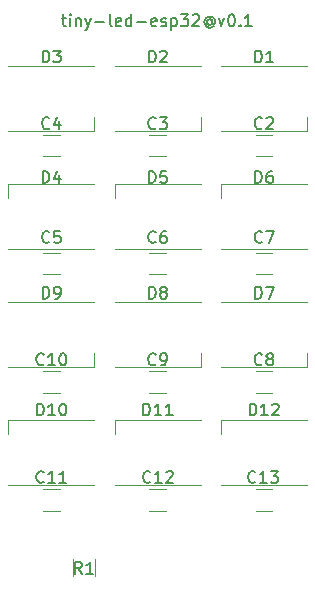
<source format=gbr>
%TF.GenerationSoftware,KiCad,Pcbnew,(5.1.12-1-10_14)*%
%TF.CreationDate,2022-01-26T17:57:44+01:00*%
%TF.ProjectId,tiny-led-esp32,74696e79-2d6c-4656-942d-65737033322e,rev?*%
%TF.SameCoordinates,Original*%
%TF.FileFunction,Legend,Top*%
%TF.FilePolarity,Positive*%
%FSLAX46Y46*%
G04 Gerber Fmt 4.6, Leading zero omitted, Abs format (unit mm)*
G04 Created by KiCad (PCBNEW (5.1.12-1-10_14)) date 2022-01-26 17:57:44*
%MOMM*%
%LPD*%
G01*
G04 APERTURE LIST*
%ADD10C,0.150000*%
%ADD11C,0.120000*%
G04 APERTURE END LIST*
D10*
X144876261Y-79224214D02*
X145257214Y-79224214D01*
X145019119Y-78890880D02*
X145019119Y-79748023D01*
X145066738Y-79843261D01*
X145161976Y-79890880D01*
X145257214Y-79890880D01*
X145590547Y-79890880D02*
X145590547Y-79224214D01*
X145590547Y-78890880D02*
X145542928Y-78938500D01*
X145590547Y-78986119D01*
X145638166Y-78938500D01*
X145590547Y-78890880D01*
X145590547Y-78986119D01*
X146066738Y-79224214D02*
X146066738Y-79890880D01*
X146066738Y-79319452D02*
X146114357Y-79271833D01*
X146209595Y-79224214D01*
X146352452Y-79224214D01*
X146447690Y-79271833D01*
X146495309Y-79367071D01*
X146495309Y-79890880D01*
X146876261Y-79224214D02*
X147114357Y-79890880D01*
X147352452Y-79224214D02*
X147114357Y-79890880D01*
X147019119Y-80128976D01*
X146971500Y-80176595D01*
X146876261Y-80224214D01*
X147733404Y-79509928D02*
X148495309Y-79509928D01*
X149114357Y-79890880D02*
X149019119Y-79843261D01*
X148971500Y-79748023D01*
X148971500Y-78890880D01*
X149876261Y-79843261D02*
X149781023Y-79890880D01*
X149590547Y-79890880D01*
X149495309Y-79843261D01*
X149447690Y-79748023D01*
X149447690Y-79367071D01*
X149495309Y-79271833D01*
X149590547Y-79224214D01*
X149781023Y-79224214D01*
X149876261Y-79271833D01*
X149923880Y-79367071D01*
X149923880Y-79462309D01*
X149447690Y-79557547D01*
X150781023Y-79890880D02*
X150781023Y-78890880D01*
X150781023Y-79843261D02*
X150685785Y-79890880D01*
X150495309Y-79890880D01*
X150400071Y-79843261D01*
X150352452Y-79795642D01*
X150304833Y-79700404D01*
X150304833Y-79414690D01*
X150352452Y-79319452D01*
X150400071Y-79271833D01*
X150495309Y-79224214D01*
X150685785Y-79224214D01*
X150781023Y-79271833D01*
X151257214Y-79509928D02*
X152019119Y-79509928D01*
X152876261Y-79843261D02*
X152781023Y-79890880D01*
X152590547Y-79890880D01*
X152495309Y-79843261D01*
X152447690Y-79748023D01*
X152447690Y-79367071D01*
X152495309Y-79271833D01*
X152590547Y-79224214D01*
X152781023Y-79224214D01*
X152876261Y-79271833D01*
X152923880Y-79367071D01*
X152923880Y-79462309D01*
X152447690Y-79557547D01*
X153304833Y-79843261D02*
X153400071Y-79890880D01*
X153590547Y-79890880D01*
X153685785Y-79843261D01*
X153733404Y-79748023D01*
X153733404Y-79700404D01*
X153685785Y-79605166D01*
X153590547Y-79557547D01*
X153447690Y-79557547D01*
X153352452Y-79509928D01*
X153304833Y-79414690D01*
X153304833Y-79367071D01*
X153352452Y-79271833D01*
X153447690Y-79224214D01*
X153590547Y-79224214D01*
X153685785Y-79271833D01*
X154161976Y-79224214D02*
X154161976Y-80224214D01*
X154161976Y-79271833D02*
X154257214Y-79224214D01*
X154447690Y-79224214D01*
X154542928Y-79271833D01*
X154590547Y-79319452D01*
X154638166Y-79414690D01*
X154638166Y-79700404D01*
X154590547Y-79795642D01*
X154542928Y-79843261D01*
X154447690Y-79890880D01*
X154257214Y-79890880D01*
X154161976Y-79843261D01*
X154971500Y-78890880D02*
X155590547Y-78890880D01*
X155257214Y-79271833D01*
X155400071Y-79271833D01*
X155495309Y-79319452D01*
X155542928Y-79367071D01*
X155590547Y-79462309D01*
X155590547Y-79700404D01*
X155542928Y-79795642D01*
X155495309Y-79843261D01*
X155400071Y-79890880D01*
X155114357Y-79890880D01*
X155019119Y-79843261D01*
X154971500Y-79795642D01*
X155971500Y-78986119D02*
X156019119Y-78938500D01*
X156114357Y-78890880D01*
X156352452Y-78890880D01*
X156447690Y-78938500D01*
X156495309Y-78986119D01*
X156542928Y-79081357D01*
X156542928Y-79176595D01*
X156495309Y-79319452D01*
X155923880Y-79890880D01*
X156542928Y-79890880D01*
X157590547Y-79414690D02*
X157542928Y-79367071D01*
X157447690Y-79319452D01*
X157352452Y-79319452D01*
X157257214Y-79367071D01*
X157209595Y-79414690D01*
X157161976Y-79509928D01*
X157161976Y-79605166D01*
X157209595Y-79700404D01*
X157257214Y-79748023D01*
X157352452Y-79795642D01*
X157447690Y-79795642D01*
X157542928Y-79748023D01*
X157590547Y-79700404D01*
X157590547Y-79319452D02*
X157590547Y-79700404D01*
X157638166Y-79748023D01*
X157685785Y-79748023D01*
X157781023Y-79700404D01*
X157828642Y-79605166D01*
X157828642Y-79367071D01*
X157733404Y-79224214D01*
X157590547Y-79128976D01*
X157400071Y-79081357D01*
X157209595Y-79128976D01*
X157066738Y-79224214D01*
X156971500Y-79367071D01*
X156923880Y-79557547D01*
X156971500Y-79748023D01*
X157066738Y-79890880D01*
X157209595Y-79986119D01*
X157400071Y-80033738D01*
X157590547Y-79986119D01*
X157733404Y-79890880D01*
X158161976Y-79224214D02*
X158400071Y-79890880D01*
X158638166Y-79224214D01*
X159209595Y-78890880D02*
X159304833Y-78890880D01*
X159400071Y-78938500D01*
X159447690Y-78986119D01*
X159495309Y-79081357D01*
X159542928Y-79271833D01*
X159542928Y-79509928D01*
X159495309Y-79700404D01*
X159447690Y-79795642D01*
X159400071Y-79843261D01*
X159304833Y-79890880D01*
X159209595Y-79890880D01*
X159114357Y-79843261D01*
X159066738Y-79795642D01*
X159019119Y-79700404D01*
X158971500Y-79509928D01*
X158971500Y-79271833D01*
X159019119Y-79081357D01*
X159066738Y-78986119D01*
X159114357Y-78938500D01*
X159209595Y-78890880D01*
X159971500Y-79795642D02*
X160019119Y-79843261D01*
X159971500Y-79890880D01*
X159923880Y-79843261D01*
X159971500Y-79795642D01*
X159971500Y-79890880D01*
X160971500Y-79890880D02*
X160400071Y-79890880D01*
X160685785Y-79890880D02*
X160685785Y-78890880D01*
X160590547Y-79033738D01*
X160495309Y-79128976D01*
X160400071Y-79176595D01*
D11*
%TO.C,R1*%
X145838500Y-126459064D02*
X145838500Y-125004936D01*
X147658500Y-126459064D02*
X147658500Y-125004936D01*
%TO.C,C13*%
X162711252Y-120910000D02*
X161288748Y-120910000D01*
X162711252Y-119090000D02*
X161288748Y-119090000D01*
%TO.C,C12*%
X153711252Y-120910000D02*
X152288748Y-120910000D01*
X153711252Y-119090000D02*
X152288748Y-119090000D01*
%TO.C,C11*%
X144711252Y-120910000D02*
X143288748Y-120910000D01*
X144711252Y-119090000D02*
X143288748Y-119090000D01*
%TO.C,C10*%
X143288748Y-109090000D02*
X144711252Y-109090000D01*
X143288748Y-110910000D02*
X144711252Y-110910000D01*
%TO.C,C9*%
X152288748Y-109090000D02*
X153711252Y-109090000D01*
X152288748Y-110910000D02*
X153711252Y-110910000D01*
%TO.C,C8*%
X161288748Y-109090000D02*
X162711252Y-109090000D01*
X161288748Y-110910000D02*
X162711252Y-110910000D01*
%TO.C,C7*%
X162711252Y-100910000D02*
X161288748Y-100910000D01*
X162711252Y-99090000D02*
X161288748Y-99090000D01*
%TO.C,C6*%
X153711252Y-100910000D02*
X152288748Y-100910000D01*
X153711252Y-99090000D02*
X152288748Y-99090000D01*
%TO.C,C5*%
X144711252Y-100910000D02*
X143288748Y-100910000D01*
X144711252Y-99090000D02*
X143288748Y-99090000D01*
%TO.C,C4*%
X143288748Y-89090000D02*
X144711252Y-89090000D01*
X143288748Y-90910000D02*
X144711252Y-90910000D01*
%TO.C,C3*%
X152288748Y-89090000D02*
X153711252Y-89090000D01*
X152288748Y-90910000D02*
X153711252Y-90910000D01*
%TO.C,C2*%
X161288748Y-89090000D02*
X162711252Y-89090000D01*
X161288748Y-90910000D02*
X162711252Y-90910000D01*
%TO.C,D12*%
X165650000Y-118750000D02*
X158350000Y-118750000D01*
X165650000Y-113250000D02*
X158350000Y-113250000D01*
X158350000Y-113250000D02*
X158350000Y-114400000D01*
%TO.C,D11*%
X156650000Y-118750000D02*
X149350000Y-118750000D01*
X156650000Y-113250000D02*
X149350000Y-113250000D01*
X149350000Y-113250000D02*
X149350000Y-114400000D01*
%TO.C,D10*%
X147650000Y-118750000D02*
X140350000Y-118750000D01*
X147650000Y-113250000D02*
X140350000Y-113250000D01*
X140350000Y-113250000D02*
X140350000Y-114400000D01*
%TO.C,D9*%
X140350000Y-103250000D02*
X147650000Y-103250000D01*
X140350000Y-108750000D02*
X147650000Y-108750000D01*
X147650000Y-108750000D02*
X147650000Y-107600000D01*
%TO.C,D8*%
X149350000Y-103250000D02*
X156650000Y-103250000D01*
X149350000Y-108750000D02*
X156650000Y-108750000D01*
X156650000Y-108750000D02*
X156650000Y-107600000D01*
%TO.C,D7*%
X158350000Y-103250000D02*
X165650000Y-103250000D01*
X158350000Y-108750000D02*
X165650000Y-108750000D01*
X165650000Y-108750000D02*
X165650000Y-107600000D01*
%TO.C,D6*%
X165650000Y-98750000D02*
X158350000Y-98750000D01*
X165650000Y-93250000D02*
X158350000Y-93250000D01*
X158350000Y-93250000D02*
X158350000Y-94400000D01*
%TO.C,D5*%
X156650000Y-98750000D02*
X149350000Y-98750000D01*
X156650000Y-93250000D02*
X149350000Y-93250000D01*
X149350000Y-93250000D02*
X149350000Y-94400000D01*
%TO.C,D4*%
X147650000Y-98750000D02*
X140350000Y-98750000D01*
X147650000Y-93250000D02*
X140350000Y-93250000D01*
X140350000Y-93250000D02*
X140350000Y-94400000D01*
%TO.C,D3*%
X140350000Y-83250000D02*
X147650000Y-83250000D01*
X140350000Y-88750000D02*
X147650000Y-88750000D01*
X147650000Y-88750000D02*
X147650000Y-87600000D01*
%TO.C,D2*%
X149350000Y-83250000D02*
X156650000Y-83250000D01*
X149350000Y-88750000D02*
X156650000Y-88750000D01*
X156650000Y-88750000D02*
X156650000Y-87600000D01*
%TO.C,D1*%
X158350000Y-83250000D02*
X165650000Y-83250000D01*
X158350000Y-88750000D02*
X165650000Y-88750000D01*
X165650000Y-88750000D02*
X165650000Y-87600000D01*
%TO.C,R1*%
D10*
X146581833Y-126245880D02*
X146248500Y-125769690D01*
X146010404Y-126245880D02*
X146010404Y-125245880D01*
X146391357Y-125245880D01*
X146486595Y-125293500D01*
X146534214Y-125341119D01*
X146581833Y-125436357D01*
X146581833Y-125579214D01*
X146534214Y-125674452D01*
X146486595Y-125722071D01*
X146391357Y-125769690D01*
X146010404Y-125769690D01*
X147534214Y-126245880D02*
X146962785Y-126245880D01*
X147248500Y-126245880D02*
X147248500Y-125245880D01*
X147153261Y-125388738D01*
X147058023Y-125483976D01*
X146962785Y-125531595D01*
%TO.C,C13*%
X161282142Y-118467142D02*
X161234523Y-118514761D01*
X161091666Y-118562380D01*
X160996428Y-118562380D01*
X160853571Y-118514761D01*
X160758333Y-118419523D01*
X160710714Y-118324285D01*
X160663095Y-118133809D01*
X160663095Y-117990952D01*
X160710714Y-117800476D01*
X160758333Y-117705238D01*
X160853571Y-117610000D01*
X160996428Y-117562380D01*
X161091666Y-117562380D01*
X161234523Y-117610000D01*
X161282142Y-117657619D01*
X162234523Y-118562380D02*
X161663095Y-118562380D01*
X161948809Y-118562380D02*
X161948809Y-117562380D01*
X161853571Y-117705238D01*
X161758333Y-117800476D01*
X161663095Y-117848095D01*
X162567857Y-117562380D02*
X163186904Y-117562380D01*
X162853571Y-117943333D01*
X162996428Y-117943333D01*
X163091666Y-117990952D01*
X163139285Y-118038571D01*
X163186904Y-118133809D01*
X163186904Y-118371904D01*
X163139285Y-118467142D01*
X163091666Y-118514761D01*
X162996428Y-118562380D01*
X162710714Y-118562380D01*
X162615476Y-118514761D01*
X162567857Y-118467142D01*
%TO.C,C12*%
X152392142Y-118467142D02*
X152344523Y-118514761D01*
X152201666Y-118562380D01*
X152106428Y-118562380D01*
X151963571Y-118514761D01*
X151868333Y-118419523D01*
X151820714Y-118324285D01*
X151773095Y-118133809D01*
X151773095Y-117990952D01*
X151820714Y-117800476D01*
X151868333Y-117705238D01*
X151963571Y-117610000D01*
X152106428Y-117562380D01*
X152201666Y-117562380D01*
X152344523Y-117610000D01*
X152392142Y-117657619D01*
X153344523Y-118562380D02*
X152773095Y-118562380D01*
X153058809Y-118562380D02*
X153058809Y-117562380D01*
X152963571Y-117705238D01*
X152868333Y-117800476D01*
X152773095Y-117848095D01*
X153725476Y-117657619D02*
X153773095Y-117610000D01*
X153868333Y-117562380D01*
X154106428Y-117562380D01*
X154201666Y-117610000D01*
X154249285Y-117657619D01*
X154296904Y-117752857D01*
X154296904Y-117848095D01*
X154249285Y-117990952D01*
X153677857Y-118562380D01*
X154296904Y-118562380D01*
%TO.C,C11*%
X143357142Y-118467142D02*
X143309523Y-118514761D01*
X143166666Y-118562380D01*
X143071428Y-118562380D01*
X142928571Y-118514761D01*
X142833333Y-118419523D01*
X142785714Y-118324285D01*
X142738095Y-118133809D01*
X142738095Y-117990952D01*
X142785714Y-117800476D01*
X142833333Y-117705238D01*
X142928571Y-117610000D01*
X143071428Y-117562380D01*
X143166666Y-117562380D01*
X143309523Y-117610000D01*
X143357142Y-117657619D01*
X144309523Y-118562380D02*
X143738095Y-118562380D01*
X144023809Y-118562380D02*
X144023809Y-117562380D01*
X143928571Y-117705238D01*
X143833333Y-117800476D01*
X143738095Y-117848095D01*
X145261904Y-118562380D02*
X144690476Y-118562380D01*
X144976190Y-118562380D02*
X144976190Y-117562380D01*
X144880952Y-117705238D01*
X144785714Y-117800476D01*
X144690476Y-117848095D01*
%TO.C,C10*%
X143357142Y-108507142D02*
X143309523Y-108554761D01*
X143166666Y-108602380D01*
X143071428Y-108602380D01*
X142928571Y-108554761D01*
X142833333Y-108459523D01*
X142785714Y-108364285D01*
X142738095Y-108173809D01*
X142738095Y-108030952D01*
X142785714Y-107840476D01*
X142833333Y-107745238D01*
X142928571Y-107650000D01*
X143071428Y-107602380D01*
X143166666Y-107602380D01*
X143309523Y-107650000D01*
X143357142Y-107697619D01*
X144309523Y-108602380D02*
X143738095Y-108602380D01*
X144023809Y-108602380D02*
X144023809Y-107602380D01*
X143928571Y-107745238D01*
X143833333Y-107840476D01*
X143738095Y-107888095D01*
X144928571Y-107602380D02*
X145023809Y-107602380D01*
X145119047Y-107650000D01*
X145166666Y-107697619D01*
X145214285Y-107792857D01*
X145261904Y-107983333D01*
X145261904Y-108221428D01*
X145214285Y-108411904D01*
X145166666Y-108507142D01*
X145119047Y-108554761D01*
X145023809Y-108602380D01*
X144928571Y-108602380D01*
X144833333Y-108554761D01*
X144785714Y-108507142D01*
X144738095Y-108411904D01*
X144690476Y-108221428D01*
X144690476Y-107983333D01*
X144738095Y-107792857D01*
X144785714Y-107697619D01*
X144833333Y-107650000D01*
X144928571Y-107602380D01*
%TO.C,C9*%
X152833333Y-108507142D02*
X152785714Y-108554761D01*
X152642857Y-108602380D01*
X152547619Y-108602380D01*
X152404761Y-108554761D01*
X152309523Y-108459523D01*
X152261904Y-108364285D01*
X152214285Y-108173809D01*
X152214285Y-108030952D01*
X152261904Y-107840476D01*
X152309523Y-107745238D01*
X152404761Y-107650000D01*
X152547619Y-107602380D01*
X152642857Y-107602380D01*
X152785714Y-107650000D01*
X152833333Y-107697619D01*
X153309523Y-108602380D02*
X153500000Y-108602380D01*
X153595238Y-108554761D01*
X153642857Y-108507142D01*
X153738095Y-108364285D01*
X153785714Y-108173809D01*
X153785714Y-107792857D01*
X153738095Y-107697619D01*
X153690476Y-107650000D01*
X153595238Y-107602380D01*
X153404761Y-107602380D01*
X153309523Y-107650000D01*
X153261904Y-107697619D01*
X153214285Y-107792857D01*
X153214285Y-108030952D01*
X153261904Y-108126190D01*
X153309523Y-108173809D01*
X153404761Y-108221428D01*
X153595238Y-108221428D01*
X153690476Y-108173809D01*
X153738095Y-108126190D01*
X153785714Y-108030952D01*
%TO.C,C8*%
X161833333Y-108507142D02*
X161785714Y-108554761D01*
X161642857Y-108602380D01*
X161547619Y-108602380D01*
X161404761Y-108554761D01*
X161309523Y-108459523D01*
X161261904Y-108364285D01*
X161214285Y-108173809D01*
X161214285Y-108030952D01*
X161261904Y-107840476D01*
X161309523Y-107745238D01*
X161404761Y-107650000D01*
X161547619Y-107602380D01*
X161642857Y-107602380D01*
X161785714Y-107650000D01*
X161833333Y-107697619D01*
X162404761Y-108030952D02*
X162309523Y-107983333D01*
X162261904Y-107935714D01*
X162214285Y-107840476D01*
X162214285Y-107792857D01*
X162261904Y-107697619D01*
X162309523Y-107650000D01*
X162404761Y-107602380D01*
X162595238Y-107602380D01*
X162690476Y-107650000D01*
X162738095Y-107697619D01*
X162785714Y-107792857D01*
X162785714Y-107840476D01*
X162738095Y-107935714D01*
X162690476Y-107983333D01*
X162595238Y-108030952D01*
X162404761Y-108030952D01*
X162309523Y-108078571D01*
X162261904Y-108126190D01*
X162214285Y-108221428D01*
X162214285Y-108411904D01*
X162261904Y-108507142D01*
X162309523Y-108554761D01*
X162404761Y-108602380D01*
X162595238Y-108602380D01*
X162690476Y-108554761D01*
X162738095Y-108507142D01*
X162785714Y-108411904D01*
X162785714Y-108221428D01*
X162738095Y-108126190D01*
X162690476Y-108078571D01*
X162595238Y-108030952D01*
%TO.C,C7*%
X161833333Y-98147142D02*
X161785714Y-98194761D01*
X161642857Y-98242380D01*
X161547619Y-98242380D01*
X161404761Y-98194761D01*
X161309523Y-98099523D01*
X161261904Y-98004285D01*
X161214285Y-97813809D01*
X161214285Y-97670952D01*
X161261904Y-97480476D01*
X161309523Y-97385238D01*
X161404761Y-97290000D01*
X161547619Y-97242380D01*
X161642857Y-97242380D01*
X161785714Y-97290000D01*
X161833333Y-97337619D01*
X162166666Y-97242380D02*
X162833333Y-97242380D01*
X162404761Y-98242380D01*
%TO.C,C6*%
X152833333Y-98147142D02*
X152785714Y-98194761D01*
X152642857Y-98242380D01*
X152547619Y-98242380D01*
X152404761Y-98194761D01*
X152309523Y-98099523D01*
X152261904Y-98004285D01*
X152214285Y-97813809D01*
X152214285Y-97670952D01*
X152261904Y-97480476D01*
X152309523Y-97385238D01*
X152404761Y-97290000D01*
X152547619Y-97242380D01*
X152642857Y-97242380D01*
X152785714Y-97290000D01*
X152833333Y-97337619D01*
X153690476Y-97242380D02*
X153500000Y-97242380D01*
X153404761Y-97290000D01*
X153357142Y-97337619D01*
X153261904Y-97480476D01*
X153214285Y-97670952D01*
X153214285Y-98051904D01*
X153261904Y-98147142D01*
X153309523Y-98194761D01*
X153404761Y-98242380D01*
X153595238Y-98242380D01*
X153690476Y-98194761D01*
X153738095Y-98147142D01*
X153785714Y-98051904D01*
X153785714Y-97813809D01*
X153738095Y-97718571D01*
X153690476Y-97670952D01*
X153595238Y-97623333D01*
X153404761Y-97623333D01*
X153309523Y-97670952D01*
X153261904Y-97718571D01*
X153214285Y-97813809D01*
%TO.C,C5*%
X143833333Y-98147142D02*
X143785714Y-98194761D01*
X143642857Y-98242380D01*
X143547619Y-98242380D01*
X143404761Y-98194761D01*
X143309523Y-98099523D01*
X143261904Y-98004285D01*
X143214285Y-97813809D01*
X143214285Y-97670952D01*
X143261904Y-97480476D01*
X143309523Y-97385238D01*
X143404761Y-97290000D01*
X143547619Y-97242380D01*
X143642857Y-97242380D01*
X143785714Y-97290000D01*
X143833333Y-97337619D01*
X144738095Y-97242380D02*
X144261904Y-97242380D01*
X144214285Y-97718571D01*
X144261904Y-97670952D01*
X144357142Y-97623333D01*
X144595238Y-97623333D01*
X144690476Y-97670952D01*
X144738095Y-97718571D01*
X144785714Y-97813809D01*
X144785714Y-98051904D01*
X144738095Y-98147142D01*
X144690476Y-98194761D01*
X144595238Y-98242380D01*
X144357142Y-98242380D01*
X144261904Y-98194761D01*
X144214285Y-98147142D01*
%TO.C,C4*%
X143833333Y-88507142D02*
X143785714Y-88554761D01*
X143642857Y-88602380D01*
X143547619Y-88602380D01*
X143404761Y-88554761D01*
X143309523Y-88459523D01*
X143261904Y-88364285D01*
X143214285Y-88173809D01*
X143214285Y-88030952D01*
X143261904Y-87840476D01*
X143309523Y-87745238D01*
X143404761Y-87650000D01*
X143547619Y-87602380D01*
X143642857Y-87602380D01*
X143785714Y-87650000D01*
X143833333Y-87697619D01*
X144690476Y-87935714D02*
X144690476Y-88602380D01*
X144452380Y-87554761D02*
X144214285Y-88269047D01*
X144833333Y-88269047D01*
%TO.C,C3*%
X152833333Y-88507142D02*
X152785714Y-88554761D01*
X152642857Y-88602380D01*
X152547619Y-88602380D01*
X152404761Y-88554761D01*
X152309523Y-88459523D01*
X152261904Y-88364285D01*
X152214285Y-88173809D01*
X152214285Y-88030952D01*
X152261904Y-87840476D01*
X152309523Y-87745238D01*
X152404761Y-87650000D01*
X152547619Y-87602380D01*
X152642857Y-87602380D01*
X152785714Y-87650000D01*
X152833333Y-87697619D01*
X153166666Y-87602380D02*
X153785714Y-87602380D01*
X153452380Y-87983333D01*
X153595238Y-87983333D01*
X153690476Y-88030952D01*
X153738095Y-88078571D01*
X153785714Y-88173809D01*
X153785714Y-88411904D01*
X153738095Y-88507142D01*
X153690476Y-88554761D01*
X153595238Y-88602380D01*
X153309523Y-88602380D01*
X153214285Y-88554761D01*
X153166666Y-88507142D01*
%TO.C,C2*%
X161833333Y-88507142D02*
X161785714Y-88554761D01*
X161642857Y-88602380D01*
X161547619Y-88602380D01*
X161404761Y-88554761D01*
X161309523Y-88459523D01*
X161261904Y-88364285D01*
X161214285Y-88173809D01*
X161214285Y-88030952D01*
X161261904Y-87840476D01*
X161309523Y-87745238D01*
X161404761Y-87650000D01*
X161547619Y-87602380D01*
X161642857Y-87602380D01*
X161785714Y-87650000D01*
X161833333Y-87697619D01*
X162214285Y-87697619D02*
X162261904Y-87650000D01*
X162357142Y-87602380D01*
X162595238Y-87602380D01*
X162690476Y-87650000D01*
X162738095Y-87697619D01*
X162785714Y-87792857D01*
X162785714Y-87888095D01*
X162738095Y-88030952D01*
X162166666Y-88602380D01*
X162785714Y-88602380D01*
%TO.C,D12*%
X160785714Y-112847380D02*
X160785714Y-111847380D01*
X161023809Y-111847380D01*
X161166666Y-111895000D01*
X161261904Y-111990238D01*
X161309523Y-112085476D01*
X161357142Y-112275952D01*
X161357142Y-112418809D01*
X161309523Y-112609285D01*
X161261904Y-112704523D01*
X161166666Y-112799761D01*
X161023809Y-112847380D01*
X160785714Y-112847380D01*
X162309523Y-112847380D02*
X161738095Y-112847380D01*
X162023809Y-112847380D02*
X162023809Y-111847380D01*
X161928571Y-111990238D01*
X161833333Y-112085476D01*
X161738095Y-112133095D01*
X162690476Y-111942619D02*
X162738095Y-111895000D01*
X162833333Y-111847380D01*
X163071428Y-111847380D01*
X163166666Y-111895000D01*
X163214285Y-111942619D01*
X163261904Y-112037857D01*
X163261904Y-112133095D01*
X163214285Y-112275952D01*
X162642857Y-112847380D01*
X163261904Y-112847380D01*
%TO.C,D11*%
X151785714Y-112847380D02*
X151785714Y-111847380D01*
X152023809Y-111847380D01*
X152166666Y-111895000D01*
X152261904Y-111990238D01*
X152309523Y-112085476D01*
X152357142Y-112275952D01*
X152357142Y-112418809D01*
X152309523Y-112609285D01*
X152261904Y-112704523D01*
X152166666Y-112799761D01*
X152023809Y-112847380D01*
X151785714Y-112847380D01*
X153309523Y-112847380D02*
X152738095Y-112847380D01*
X153023809Y-112847380D02*
X153023809Y-111847380D01*
X152928571Y-111990238D01*
X152833333Y-112085476D01*
X152738095Y-112133095D01*
X154261904Y-112847380D02*
X153690476Y-112847380D01*
X153976190Y-112847380D02*
X153976190Y-111847380D01*
X153880952Y-111990238D01*
X153785714Y-112085476D01*
X153690476Y-112133095D01*
%TO.C,D10*%
X142785714Y-112847380D02*
X142785714Y-111847380D01*
X143023809Y-111847380D01*
X143166666Y-111895000D01*
X143261904Y-111990238D01*
X143309523Y-112085476D01*
X143357142Y-112275952D01*
X143357142Y-112418809D01*
X143309523Y-112609285D01*
X143261904Y-112704523D01*
X143166666Y-112799761D01*
X143023809Y-112847380D01*
X142785714Y-112847380D01*
X144309523Y-112847380D02*
X143738095Y-112847380D01*
X144023809Y-112847380D02*
X144023809Y-111847380D01*
X143928571Y-111990238D01*
X143833333Y-112085476D01*
X143738095Y-112133095D01*
X144928571Y-111847380D02*
X145023809Y-111847380D01*
X145119047Y-111895000D01*
X145166666Y-111942619D01*
X145214285Y-112037857D01*
X145261904Y-112228333D01*
X145261904Y-112466428D01*
X145214285Y-112656904D01*
X145166666Y-112752142D01*
X145119047Y-112799761D01*
X145023809Y-112847380D01*
X144928571Y-112847380D01*
X144833333Y-112799761D01*
X144785714Y-112752142D01*
X144738095Y-112656904D01*
X144690476Y-112466428D01*
X144690476Y-112228333D01*
X144738095Y-112037857D01*
X144785714Y-111942619D01*
X144833333Y-111895000D01*
X144928571Y-111847380D01*
%TO.C,D9*%
X143261904Y-102952380D02*
X143261904Y-101952380D01*
X143500000Y-101952380D01*
X143642857Y-102000000D01*
X143738095Y-102095238D01*
X143785714Y-102190476D01*
X143833333Y-102380952D01*
X143833333Y-102523809D01*
X143785714Y-102714285D01*
X143738095Y-102809523D01*
X143642857Y-102904761D01*
X143500000Y-102952380D01*
X143261904Y-102952380D01*
X144309523Y-102952380D02*
X144500000Y-102952380D01*
X144595238Y-102904761D01*
X144642857Y-102857142D01*
X144738095Y-102714285D01*
X144785714Y-102523809D01*
X144785714Y-102142857D01*
X144738095Y-102047619D01*
X144690476Y-102000000D01*
X144595238Y-101952380D01*
X144404761Y-101952380D01*
X144309523Y-102000000D01*
X144261904Y-102047619D01*
X144214285Y-102142857D01*
X144214285Y-102380952D01*
X144261904Y-102476190D01*
X144309523Y-102523809D01*
X144404761Y-102571428D01*
X144595238Y-102571428D01*
X144690476Y-102523809D01*
X144738095Y-102476190D01*
X144785714Y-102380952D01*
%TO.C,D8*%
X152261904Y-102952380D02*
X152261904Y-101952380D01*
X152500000Y-101952380D01*
X152642857Y-102000000D01*
X152738095Y-102095238D01*
X152785714Y-102190476D01*
X152833333Y-102380952D01*
X152833333Y-102523809D01*
X152785714Y-102714285D01*
X152738095Y-102809523D01*
X152642857Y-102904761D01*
X152500000Y-102952380D01*
X152261904Y-102952380D01*
X153404761Y-102380952D02*
X153309523Y-102333333D01*
X153261904Y-102285714D01*
X153214285Y-102190476D01*
X153214285Y-102142857D01*
X153261904Y-102047619D01*
X153309523Y-102000000D01*
X153404761Y-101952380D01*
X153595238Y-101952380D01*
X153690476Y-102000000D01*
X153738095Y-102047619D01*
X153785714Y-102142857D01*
X153785714Y-102190476D01*
X153738095Y-102285714D01*
X153690476Y-102333333D01*
X153595238Y-102380952D01*
X153404761Y-102380952D01*
X153309523Y-102428571D01*
X153261904Y-102476190D01*
X153214285Y-102571428D01*
X153214285Y-102761904D01*
X153261904Y-102857142D01*
X153309523Y-102904761D01*
X153404761Y-102952380D01*
X153595238Y-102952380D01*
X153690476Y-102904761D01*
X153738095Y-102857142D01*
X153785714Y-102761904D01*
X153785714Y-102571428D01*
X153738095Y-102476190D01*
X153690476Y-102428571D01*
X153595238Y-102380952D01*
%TO.C,D7*%
X161261904Y-102952380D02*
X161261904Y-101952380D01*
X161500000Y-101952380D01*
X161642857Y-102000000D01*
X161738095Y-102095238D01*
X161785714Y-102190476D01*
X161833333Y-102380952D01*
X161833333Y-102523809D01*
X161785714Y-102714285D01*
X161738095Y-102809523D01*
X161642857Y-102904761D01*
X161500000Y-102952380D01*
X161261904Y-102952380D01*
X162166666Y-101952380D02*
X162833333Y-101952380D01*
X162404761Y-102952380D01*
%TO.C,D6*%
X161261904Y-93162380D02*
X161261904Y-92162380D01*
X161500000Y-92162380D01*
X161642857Y-92210000D01*
X161738095Y-92305238D01*
X161785714Y-92400476D01*
X161833333Y-92590952D01*
X161833333Y-92733809D01*
X161785714Y-92924285D01*
X161738095Y-93019523D01*
X161642857Y-93114761D01*
X161500000Y-93162380D01*
X161261904Y-93162380D01*
X162690476Y-92162380D02*
X162500000Y-92162380D01*
X162404761Y-92210000D01*
X162357142Y-92257619D01*
X162261904Y-92400476D01*
X162214285Y-92590952D01*
X162214285Y-92971904D01*
X162261904Y-93067142D01*
X162309523Y-93114761D01*
X162404761Y-93162380D01*
X162595238Y-93162380D01*
X162690476Y-93114761D01*
X162738095Y-93067142D01*
X162785714Y-92971904D01*
X162785714Y-92733809D01*
X162738095Y-92638571D01*
X162690476Y-92590952D01*
X162595238Y-92543333D01*
X162404761Y-92543333D01*
X162309523Y-92590952D01*
X162261904Y-92638571D01*
X162214285Y-92733809D01*
%TO.C,D5*%
X152261904Y-93162380D02*
X152261904Y-92162380D01*
X152500000Y-92162380D01*
X152642857Y-92210000D01*
X152738095Y-92305238D01*
X152785714Y-92400476D01*
X152833333Y-92590952D01*
X152833333Y-92733809D01*
X152785714Y-92924285D01*
X152738095Y-93019523D01*
X152642857Y-93114761D01*
X152500000Y-93162380D01*
X152261904Y-93162380D01*
X153738095Y-92162380D02*
X153261904Y-92162380D01*
X153214285Y-92638571D01*
X153261904Y-92590952D01*
X153357142Y-92543333D01*
X153595238Y-92543333D01*
X153690476Y-92590952D01*
X153738095Y-92638571D01*
X153785714Y-92733809D01*
X153785714Y-92971904D01*
X153738095Y-93067142D01*
X153690476Y-93114761D01*
X153595238Y-93162380D01*
X153357142Y-93162380D01*
X153261904Y-93114761D01*
X153214285Y-93067142D01*
%TO.C,D4*%
X143261904Y-93162380D02*
X143261904Y-92162380D01*
X143500000Y-92162380D01*
X143642857Y-92210000D01*
X143738095Y-92305238D01*
X143785714Y-92400476D01*
X143833333Y-92590952D01*
X143833333Y-92733809D01*
X143785714Y-92924285D01*
X143738095Y-93019523D01*
X143642857Y-93114761D01*
X143500000Y-93162380D01*
X143261904Y-93162380D01*
X144690476Y-92495714D02*
X144690476Y-93162380D01*
X144452380Y-92114761D02*
X144214285Y-92829047D01*
X144833333Y-92829047D01*
%TO.C,D3*%
X143261904Y-82952380D02*
X143261904Y-81952380D01*
X143500000Y-81952380D01*
X143642857Y-82000000D01*
X143738095Y-82095238D01*
X143785714Y-82190476D01*
X143833333Y-82380952D01*
X143833333Y-82523809D01*
X143785714Y-82714285D01*
X143738095Y-82809523D01*
X143642857Y-82904761D01*
X143500000Y-82952380D01*
X143261904Y-82952380D01*
X144166666Y-81952380D02*
X144785714Y-81952380D01*
X144452380Y-82333333D01*
X144595238Y-82333333D01*
X144690476Y-82380952D01*
X144738095Y-82428571D01*
X144785714Y-82523809D01*
X144785714Y-82761904D01*
X144738095Y-82857142D01*
X144690476Y-82904761D01*
X144595238Y-82952380D01*
X144309523Y-82952380D01*
X144214285Y-82904761D01*
X144166666Y-82857142D01*
%TO.C,D2*%
X152261904Y-82952380D02*
X152261904Y-81952380D01*
X152500000Y-81952380D01*
X152642857Y-82000000D01*
X152738095Y-82095238D01*
X152785714Y-82190476D01*
X152833333Y-82380952D01*
X152833333Y-82523809D01*
X152785714Y-82714285D01*
X152738095Y-82809523D01*
X152642857Y-82904761D01*
X152500000Y-82952380D01*
X152261904Y-82952380D01*
X153214285Y-82047619D02*
X153261904Y-82000000D01*
X153357142Y-81952380D01*
X153595238Y-81952380D01*
X153690476Y-82000000D01*
X153738095Y-82047619D01*
X153785714Y-82142857D01*
X153785714Y-82238095D01*
X153738095Y-82380952D01*
X153166666Y-82952380D01*
X153785714Y-82952380D01*
%TO.C,D1*%
X161261904Y-82952380D02*
X161261904Y-81952380D01*
X161500000Y-81952380D01*
X161642857Y-82000000D01*
X161738095Y-82095238D01*
X161785714Y-82190476D01*
X161833333Y-82380952D01*
X161833333Y-82523809D01*
X161785714Y-82714285D01*
X161738095Y-82809523D01*
X161642857Y-82904761D01*
X161500000Y-82952380D01*
X161261904Y-82952380D01*
X162785714Y-82952380D02*
X162214285Y-82952380D01*
X162500000Y-82952380D02*
X162500000Y-81952380D01*
X162404761Y-82095238D01*
X162309523Y-82190476D01*
X162214285Y-82238095D01*
%TD*%
M02*

</source>
